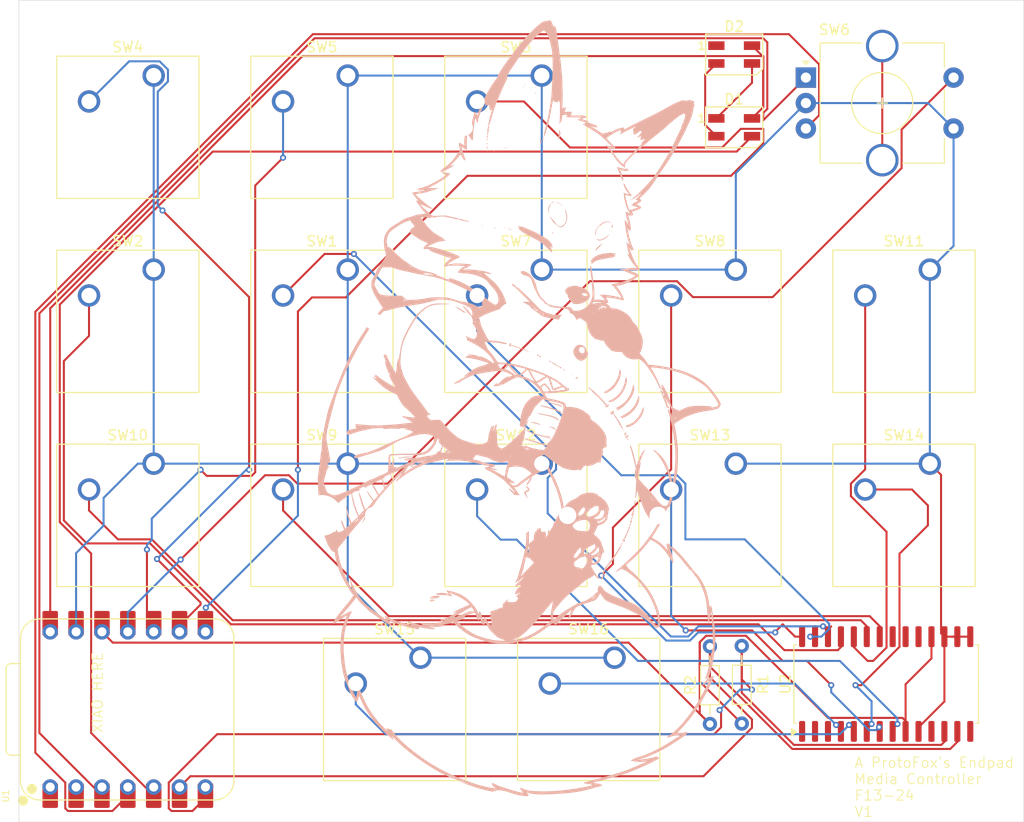
<source format=kicad_pcb>
(kicad_pcb (version 20240108) (generator "pcbnew") (generator_version "8.0")
  (layers (0 "F.Cu" signal) (31 "B.Cu" signal) (34 "B.Paste" user) (35 "F.Paste" user) (36 "B.SilkS" user "B.Silkscreen") (37 "F.SilkS" user "F.Silkscreen") (38 "B.Mask" user) (39 "F.Mask" user) (44 "Edge.Cuts" user))
  (net 0 "")
  (net 1 "Net-(D1-DIN)")
  (net 2 "Net-(D1-DOUT)")
  (net 3 "Net-(D1-VSS)")
  (net 4 "+5V")
  (net 6 "+3.3V")
  (net 7 "Net-(U1-GPIO0{slash}TX)")
  (net 8 "Net-(U1-GPIO7{slash}SCL)")
  (net 9 "Net-(U2-GPA5)")
  (net 10 "GND")
  (net 11 "Net-(U1-GPIO1{slash}RX)")
  (net 12 "Net-(U1-GPIO2{slash}SCK)")
  (net 13 "Net-(U1-GPIO4{slash}MISO)")
  (net 14 "ENC-B")
  (net 15 "ENC-A")
  (net 16 "Net-(U2-GPA6)")
  (net 17 "Net-(U2-GPA7)")
  (net 19 "Net-(U1-GPIO3{slash}MOSI)")
  (net 29 "unconnected-(SW6-PadMP)")
  (net 30 "Net-(U2-GPA4)")
  (net 31 "Net-(U2-GPA3)")
  (net 32 "Net-(U2-GPA1)")
  (net 33 "Net-(U2-GPB6)")
  (net 34 "Net-(U2-GPA2)")
  (net 35 "Net-(U2-GPB7)")
  (net 36 "Net-(U2-GPB5)")
  (net 37 "Net-(U2-GPB4)")
  (net 38 "Net-(U2-GPB3)")
  (footprint "3D Models:SW_Cherry_MX_1.00u_PCB_3D" (layer "F.Cu") (at 107.315 75.8825)
    (property "Reference" "SW5" (at -2.54 -2.794 0) (layer "F.SilkS"))
    (property "Value" "SW_Push")
    (pad "" np_thru_hole circle (at -7.62 5.08) (size 1.7 1.7) (drill 1.7) (layers "*.Cu" "*.Mask"))
    (pad "" np_thru_hole circle (at -2.54 5.08) (size 4 4) (drill 4) (layers "*.Cu" "*.Mask"))
    (pad "" np_thru_hole circle (at 2.54 5.08) (size 1.7 1.7) (drill 1.7) (layers "*.Cu" "*.Mask"))
    (pad "1" thru_hole circle (at 0 0) (size 2.2 2.2) (drill 1.5) (layers "*.Cu" "*.Mask") (net 10 "GND"))
    (pad "2" thru_hole circle (at -6.35 2.54) (size 2.2 2.2) (drill 1.5) (layers "*.Cu" "*.Mask") (net 13 "Net-(U1-GPIO4{slash}MISO)"))
  )
  (footprint "3D Models:SW_Cherry_MX_1.00u_PCB_3D" (layer "F.Cu") (at 126.365 94.9325)
    (property "Reference" "SW7" (at -2.54 -2.794 0) (layer "F.SilkS"))
    (property "Value" "SW_Push")
    (pad "" np_thru_hole circle (at -7.62 5.08) (size 1.7 1.7) (drill 1.7) (layers "*.Cu" "*.Mask"))
    (pad "" np_thru_hole circle (at -2.54 5.08) (size 4 4) (drill 4) (layers "*.Cu" "*.Mask"))
    (pad "" np_thru_hole circle (at 2.54 5.08) (size 1.7 1.7) (drill 1.7) (layers "*.Cu" "*.Mask"))
    (pad "1" thru_hole circle (at 0 0) (size 2.2 2.2) (drill 1.5) (layers "*.Cu" "*.Mask") (net 10 "GND"))
    (pad "2" thru_hole circle (at -6.35 2.54) (size 2.2 2.2) (drill 1.5) (layers "*.Cu" "*.Mask") (net 16 "Net-(U2-GPA6)"))
  )
  (footprint "3D Models:SW_Cherry_MX_1.00u_PCB_3D" (layer "F.Cu") (at 164.465 113.9825)
    (property "Reference" "SW14" (at -2.54 -2.794 0) (layer "F.SilkS"))
    (property "Value" "SW_Push")
    (pad "" np_thru_hole circle (at -7.62 5.08) (size 1.7 1.7) (drill 1.7) (layers "*.Cu" "*.Mask"))
    (pad "" np_thru_hole circle (at -2.54 5.08) (size 4 4) (drill 4) (layers "*.Cu" "*.Mask"))
    (pad "" np_thru_hole circle (at 2.54 5.08) (size 1.7 1.7) (drill 1.7) (layers "*.Cu" "*.Mask"))
    (pad "1" thru_hole circle (at 0 0) (size 2.2 2.2) (drill 1.5) (layers "*.Cu" "*.Mask") (net 10 "GND"))
    (pad "2" thru_hole circle (at -6.35 2.54) (size 2.2 2.2) (drill 1.5) (layers "*.Cu" "*.Mask") (net 36 "Net-(U2-GPB5)"))
  )
  (footprint "3D Models:SW_Cherry_MX_1.00u_PCB_3D" (layer "F.Cu") (at 107.315 94.9325)
    (property "Reference" "SW1" (at -2.54 -2.794 0) (layer "F.SilkS"))
    (property "Value" "SW_Push")
    (pad "" np_thru_hole circle (at -7.62 5.08) (size 1.7 1.7) (drill 1.7) (layers "*.Cu" "*.Mask"))
    (pad "" np_thru_hole circle (at -2.54 5.08) (size 4 4) (drill 4) (layers "*.Cu" "*.Mask"))
    (pad "" np_thru_hole circle (at 2.54 5.08) (size 1.7 1.7) (drill 1.7) (layers "*.Cu" "*.Mask"))
    (pad "1" thru_hole circle (at 0 0) (size 2.2 2.2) (drill 1.5) (layers "*.Cu" "*.Mask") (net 10 "GND"))
    (pad "2" thru_hole circle (at -6.35 2.54) (size 2.2 2.2) (drill 1.5) (layers "*.Cu" "*.Mask") (net 9 "Net-(U2-GPA5)"))
  )
  (footprint "3D Models:SW_Cherry_MX_1.00u_PCB_3D" (layer "F.Cu") (at 126.365 113.9825)
    (property "Reference" "SW12" (at -2.54 -2.794 0) (layer "F.SilkS"))
    (property "Value" "SW_Push")
    (pad "" np_thru_hole circle (at -7.62 5.08) (size 1.7 1.7) (drill 1.7) (layers "*.Cu" "*.Mask"))
    (pad "" np_thru_hole circle (at -2.54 5.08) (size 4 4) (drill 4) (layers "*.Cu" "*.Mask"))
    (pad "" np_thru_hole circle (at 2.54 5.08) (size 1.7 1.7) (drill 1.7) (layers "*.Cu" "*.Mask"))
    (pad "1" thru_hole circle (at 0 0) (size 2.2 2.2) (drill 1.5) (layers "*.Cu" "*.Mask") (net 10 "GND"))
    (pad "2" thru_hole circle (at -6.35 2.54) (size 2.2 2.2) (drill 1.5) (layers "*.Cu" "*.Mask") (net 35 "Net-(U2-GPB7)"))
  )
  (footprint "3D Models:SW_Cherry_MX_1.00u_PCB_3D" (layer "F.Cu") (at 133.50875 133.0325)
    (property "Reference" "SW16" (at -2.54 -2.794 0) (layer "F.SilkS"))
    (property "Value" "SW_Push")
    (pad "" np_thru_hole circle (at -7.62 5.08) (size 1.7 1.7) (drill 1.7) (layers "*.Cu" "*.Mask"))
    (pad "" np_thru_hole circle (at -2.54 5.08) (size 4 4) (drill 4) (layers "*.Cu" "*.Mask"))
    (pad "" np_thru_hole circle (at 2.54 5.08) (size 1.7 1.7) (drill 1.7) (layers "*.Cu" "*.Mask"))
    (pad "1" thru_hole circle (at 0 0) (size 2.2 2.2) (drill 1.5) (layers "*.Cu" "*.Mask") (net 10 "GND"))
    (pad "2" thru_hole circle (at -6.35 2.54) (size 2.2 2.2) (drill 1.5) (layers "*.Cu" "*.Mask") (net 38 "Net-(U2-GPB3)"))
  )
  (footprint "3D Models:SW_Cherry_MX_1.00u_PCB_3D" (layer "F.Cu") (at 114.45875 133.0325)
    (property "Reference" "SW15" (at -2.54 -2.794 0) (layer "F.SilkS"))
    (property "Value" "SW_Push")
    (pad "" np_thru_hole circle (at -7.62 5.08) (size 1.7 1.7) (drill 1.7) (layers "*.Cu" "*.Mask"))
    (pad "" np_thru_hole circle (at -2.54 5.08) (size 4 4) (drill 4) (layers "*.Cu" "*.Mask"))
    (pad "" np_thru_hole circle (at 2.54 5.08) (size 1.7 1.7) (drill 1.7) (layers "*.Cu" "*.Mask"))
    (pad "1" thru_hole circle (at 0 0) (size 2.2 2.2) (drill 1.5) (layers "*.Cu" "*.Mask") (net 10 "GND"))
    (pad "2" thru_hole circle (at -6.35 2.54) (size 2.2 2.2) (drill 1.5) (layers "*.Cu" "*.Mask") (net 37 "Net-(U2-GPB4)"))
  )
  (footprint "3D Models:SW_Cherry_MX_1.00u_PCB_3D" (layer "F.Cu") (at 88.265 113.9825)
    (property "Reference" "SW10" (at -2.54 -2.794 0) (layer "F.SilkS"))
    (property "Value" "SW_Push")
    (pad "" np_thru_hole circle (at -7.62 5.08) (size 1.7 1.7) (drill 1.7) (layers "*.Cu" "*.Mask"))
    (pad "" np_thru_hole circle (at -2.54 5.08) (size 4 4) (drill 4) (layers "*.Cu" "*.Mask"))
    (pad "" np_thru_hole circle (at 2.54 5.08) (size 1.7 1.7) (drill 1.7) (layers "*.Cu" "*.Mask"))
    (pad "1" thru_hole circle (at 0 0) (size 2.2 2.2) (drill 1.5) (layers "*.Cu" "*.Mask") (net 10 "GND"))
    (pad "2" thru_hole circle (at -6.35 2.54) (size 2.2 2.2) (drill 1.5) (layers "*.Cu" "*.Mask") (net 34 "Net-(U2-GPA2)"))
  )
  (footprint "3D Models:SW_Cherry_MX_1.00u_PCB_3D" (layer "F.Cu") (at 164.465 94.9325)
    (property "Reference" "SW11" (at -2.54 -2.794 0) (layer "F.SilkS"))
    (property "Value" "SW_Push")
    (pad "" np_thru_hole circle (at -7.62 5.08) (size 1.7 1.7) (drill 1.7) (layers "*.Cu" "*.Mask"))
    (pad "" np_thru_hole circle (at -2.54 5.08) (size 4 4) (drill 4) (layers "*.Cu" "*.Mask"))
    (pad "" np_thru_hole circle (at 2.54 5.08) (size 1.7 1.7) (drill 1.7) (layers "*.Cu" "*.Mask"))
    (pad "1" thru_hole circle (at 0 0) (size 2.2 2.2) (drill 1.5) (layers "*.Cu" "*.Mask") (net 10 "GND"))
    (pad "2" thru_hole circle (at -6.35 2.54) (size 2.2 2.2) (drill 1.5) (layers "*.Cu" "*.Mask") (net 31 "Net-(U2-GPA3)"))
  )
  (footprint "3D Models:LED_SK6812MINI_PLCC4_3.5x3.5mm_P1.75mm_3D" (layer "F.Cu") (at 145.25625 80.9625)
    (property "Reference" "D1" (at 0 -2.75 0) (layer "F.SilkS"))
    (property "Value" "SK6812MINI")
    (fp_text user "1" (at -3.2 -0.875 0) (layer "F.SilkS") (effects (font (size 0.8 0.8))))
    (pad "1" smd rect (at -1.75 -0.875) (size 1.6 0.85) (layers "F.Cu" "F.Paste" "F.Mask") (net 2 "Net-(D1-DOUT)"))
    (pad "2" smd rect (at -1.75 0.875) (size 1.6 0.85) (layers "F.Cu" "F.Paste" "F.Mask") (net 3 "Net-(D1-VSS)"))
    (pad "3" smd rect (at 1.75 0.875) (size 1.6 0.85) (layers "F.Cu" "F.Paste" "F.Mask") (net 1 "Net-(D1-DIN)"))
    (pad "4" smd rect (at 1.75 -0.875) (size 1.6 0.85) (layers "F.Cu" "F.Paste" "F.Mask") (net 4 "+5V"))
  )
  (footprint "3D Models:SW_Cherry_MX_1.00u_PCB_3D" (layer "F.Cu") (at 88.265 94.9325)
    (property "Reference" "SW2" (at -2.54 -2.794 0) (layer "F.SilkS"))
    (property "Value" "SW_Push")
    (pad "" np_thru_hole circle (at -7.62 5.08) (size 1.7 1.7) (drill 1.7) (layers "*.Cu" "*.Mask"))
    (pad "" np_thru_hole circle (at -2.54 5.08) (size 4 4) (drill 4) (layers "*.Cu" "*.Mask"))
    (pad "" np_thru_hole circle (at 2.54 5.08) (size 1.7 1.7) (drill 1.7) (layers "*.Cu" "*.Mask"))
    (pad "1" thru_hole circle (at 0 0) (size 2.2 2.2) (drill 1.5) (layers "*.Cu" "*.Mask") (net 10 "GND"))
    (pad "2" thru_hole circle (at -6.35 2.54) (size 2.2 2.2) (drill 1.5) (layers "*.Cu" "*.Mask") (net 30 "Net-(U2-GPA4)"))
  )
  (footprint "Resistor_THT:R_Axial_DIN0204_L3.6mm_D1.6mm_P7.62mm_Horizontal" (layer "F.Cu") (at 146 139.5 90)
    (property "Reference" "R1" (at 3.864 2.082 90) (layer "F.SilkS"))
    (property "Value" "R")
    (pad "1" thru_hole circle (at 0 0 90) (size 1.4 1.4) (drill 0.7) (layers "*.Cu" "*.Mask") (net 6 "+3.3V"))
    (pad "2" thru_hole oval (at 7.62 0 90) (size 1.4 1.4) (drill 0.7) (layers "*.Cu" "*.Mask") (net 7 "Net-(U1-GPIO0{slash}TX)"))
  )
  (footprint "Resistor_THT:R_Axial_DIN0204_L3.6mm_D1.6mm_P7.62mm_Horizontal" (layer "F.Cu") (at 142.875 139.54125 90)
    (property "Reference" "R2" (at 3.81 -1.92 90) (layer "F.SilkS"))
    (property "Value" "R")
    (pad "1" thru_hole circle (at 0 0 90) (size 1.4 1.4) (drill 0.7) (layers "*.Cu" "*.Mask") (net 6 "+3.3V"))
    (pad "2" thru_hole oval (at 7.62 0 90) (size 1.4 1.4) (drill 0.7) (layers "*.Cu" "*.Mask") (net 8 "Net-(U1-GPIO7{slash}SCL)"))
  )
  (footprint "3D Models:LED_SK6812MINI_PLCC4_3.5x3.5mm_P1.75mm_3D" (layer "F.Cu") (at 145.25625 73.81875)
    (property "Reference" "D2" (at 0 -2.75 0) (layer "F.SilkS"))
    (property "Value" "SK6812MINI")
    (fp_text user "1" (at -3.2 -0.875 0) (layer "F.SilkS") (effects (font (size 0.8 0.8))))
    (pad "1" smd rect (at -1.75 -0.875) (size 1.6 0.85) (layers "F.Cu" "F.Paste" "F.Mask"))
    (pad "2" smd rect (at -1.75 0.875) (size 1.6 0.85) (layers "F.Cu" "F.Paste" "F.Mask") (net 3 "Net-(D1-VSS)"))
    (pad "3" smd rect (at 1.75 0.875) (size 1.6 0.85) (layers "F.Cu" "F.Paste" "F.Mask") (net 2 "Net-(D1-DOUT)"))
    (pad "4" smd rect (at 1.75 -0.875) (size 1.6 0.85) (layers "F.Cu" "F.Paste" "F.Mask") (net 4 "+5V"))
  )
  (footprint "3D Models:SW_Cherry_MX_1.00u_PCB_3D" (layer "F.Cu") (at 145.415 113.9825)
    (property "Reference" "SW13" (at -2.54 -2.794 0) (layer "F.SilkS"))
    (property "Value" "SW_Push")
    (pad "" np_thru_hole circle (at -7.62 5.08) (size 1.7 1.7) (drill 1.7) (layers "*.Cu" "*.Mask"))
    (pad "" np_thru_hole circle (at -2.54 5.08) (size 4 4) (drill 4) (layers "*.Cu" "*.Mask"))
    (pad "" np_thru_hole circle (at 2.54 5.08) (size 1.7 1.7) (drill 1.7) (layers "*.Cu" "*.Mask"))
    (pad "1" thru_hole circle (at 0 0) (size 2.2 2.2) (drill 1.5) (layers "*.Cu" "*.Mask") (net 10 "GND"))
    (pad "2" thru_hole circle (at -6.35 2.54) (size 2.2 2.2) (drill 1.5) (layers "*.Cu" "*.Mask") (net 33 "Net-(U2-GPB6)"))
  )
  (footprint "3D Models:SW_Cherry_MX_1.00u_PCB_3D" (layer "F.Cu") (at 107.315 113.9825)
    (property "Reference" "SW9" (at -2.54 -2.794 0) (layer "F.SilkS"))
    (property "Value" "SW_Push")
    (pad "" np_thru_hole circle (at -7.62 5.08) (size 1.7 1.7) (drill 1.7) (layers "*.Cu" "*.Mask"))
    (pad "" np_thru_hole circle (at -2.54 5.08) (size 4 4) (drill 4) (layers "*.Cu" "*.Mask"))
    (pad "" np_thru_hole circle (at 2.54 5.08) (size 1.7 1.7) (drill 1.7) (layers "*.Cu" "*.Mask"))
    (pad "1" thru_hole circle (at 0 0) (size 2.2 2.2) (drill 1.5) (layers "*.Cu" "*.Mask") (net 10 "GND"))
    (pad "2" thru_hole circle (at -6.35 2.54) (size 2.2 2.2) (drill 1.5) (layers "*.Cu" "*.Mask") (net 32 "Net-(U2-GPA1)"))
  )
  (footprint "3D Models:SW_Cherry_MX_1.00u_PCB_3D" (layer "F.Cu") (at 145.415 94.9325)
    (property "Reference" "SW8" (at -2.54 -2.794 0) (layer "F.SilkS"))
    (property "Value" "SW_Push")
    (pad "" np_thru_hole circle (at -7.62 5.08) (size 1.7 1.7) (drill 1.7) (layers "*.Cu" "*.Mask"))
    (pad "" np_thru_hole circle (at -2.54 5.08) (size 4 4) (drill 4) (layers "*.Cu" "*.Mask"))
    (pad "" np_thru_hole circle (at 2.54 5.08) (size 1.7 1.7) (drill 1.7) (layers "*.Cu" "*.Mask"))
    (pad "1" thru_hole circle (at 0 0) (size 2.2 2.2) (drill 1.5) (layers "*.Cu" "*.Mask") (net 10 "GND"))
    (pad "2" thru_hole circle (at -6.35 2.54) (size 2.2 2.2) (drill 1.5) (layers "*.Cu" "*.Mask") (net 17 "Net-(U2-GPA7)"))
  )
  (footprint "3D Models:SW_Cherry_MX_1.00u_PCB_3D" (layer "F.Cu") (at 126.365 75.8825)
    (property "Reference" "SW3" (at -2.54 -2.794 0) (layer "F.SilkS"))
    (property "Value" "SW_Push")
    (pad "" np_thru_hole circle (at -7.62 5.08) (size 1.7 1.7) (drill 1.7) (layers "*.Cu" "*.Mask"))
    (pad "" np_thru_hole circle (at -2.54 5.08) (size 4 4) (drill 4) (layers "*.Cu" "*.Mask"))
    (pad "" np_thru_hole circle (at 2.54 5.08) (size 1.7 1.7) (drill 1.7) (layers "*.Cu" "*.Mask"))
    (pad "1" thru_hole circle (at 0 0) (size 2.2 2.2) (drill 1.5) (layers "*.Cu" "*.Mask") (net 10 "GND"))
    (pad "2" thru_hole circle (at -6.35 2.54) (size 2.2 2.2) (drill 1.5) (layers "*.Cu" "*.Mask") (net 11 "Net-(U1-GPIO1{slash}RX)"))
  )
  (footprint "3D Models:SW_Cherry_MX_1.00u_PCB_3D" (layer "F.Cu") (at 88.265 75.8825)
    (property "Reference" "SW4" (at -2.54 -2.794 0) (layer "F.SilkS"))
    (property "Value" "SW_Push")
    (pad "" np_thru_hole circle (at -7.62 5.08) (size 1.7 1.7) (drill 1.7) (layers "*.Cu" "*.Mask"))
    (pad "" np_thru_hole circle (at -2.54 5.08) (size 4 4) (drill 4) (layers "*.Cu" "*.Mask"))
    (pad "" np_thru_hole circle (at 2.54 5.08) (size 1.7 1.7) (drill 1.7) (layers "*.Cu" "*.Mask"))
    (pad "1" thru_hole circle (at 0 0) (size 2.2 2.2) (drill 1.5) (layers "*.Cu" "*.Mask") (net 10 "GND"))
    (pad "2" thru_hole circle (at -6.35 2.54) (size 2.2 2.2) (drill 1.5) (layers "*.Cu" "*.Mask") (net 12 "Net-(U1-GPIO2{slash}SCK)"))
  )
  (footprint "Package_SO:SOIC-28W_7.5x17.9mm_P1.27mm" (layer "F.Cu") (at 160.17875 135.61875 90)
    (property "Reference" "U2" (at 0 -9.9 90) (layer "F.SilkS"))
    (property "Value" "MCP23017_SO")
    (pad "1" smd roundrect (at -4.65 -8.255 90) (size 2.05 0.6) (layers "F.Cu" "F.Paste" "F.Mask"))
    (pad "2" smd roundrect (at -4.65 -6.985 90) (size 2.05 0.6) (layers "F.Cu" "F.Paste" "F.Mask"))
    (pad "3" smd roundrect (at -4.65 -5.715 90) (size 2.05 0.6) (layers "F.Cu" "F.Paste" "F.Mask"))
    (pad "4" smd roundrect (at -4.65 -4.445 90) (size 2.05 0.6) (layers "F.Cu" "F.Paste" "F.Mask") (net 38 "Net-(U2-GPB3)"))
    (pad "5" smd roundrect (at -4.65 -3.175 90) (size 2.05 0.6) (layers "F.Cu" "F.Paste" "F.Mask") (net 37 "Net-(U2-GPB4)"))
    (pad "6" smd roundrect (at -4.65 -1.905 90) (size 2.05 0.6) (layers "F.Cu" "F.Paste" "F.Mask") (net 36 "Net-(U2-GPB5)"))
    (pad "7" smd roundrect (at -4.65 -0.635 90) (size 2.05 0.6) (layers "F.Cu" "F.Paste" "F.Mask") (net 33 "Net-(U2-GPB6)"))
    (pad "8" smd roundrect (at -4.65 0.635 90) (size 2.05 0.6) (layers "F.Cu" "F.Paste" "F.Mask") (net 35 "Net-(U2-GPB7)"))
    (pad "9" smd roundrect (at -4.65 1.905 90) (size 2.05 0.6) (layers "F.Cu" "F.Paste" "F.Mask") (net 6 "+3.3V"))
    (pad "10" smd roundrect (at -4.65 3.175 90) (size 2.05 0.6) (layers "F.Cu" "F.Paste" "F.Mask") (net 10 "GND"))
    (pad "11" smd roundrect (at -4.65 4.445 90) (size 2.05 0.6) (layers "F.Cu" "F.Paste" "F.Mask"))
    (pad "12" smd roundrect (at -4.65 5.715 90) (size 2.05 0.6) (layers "F.Cu" "F.Paste" "F.Mask") (net 7 "Net-(U1-GPIO0{slash}TX)"))
    (pad "13" smd roundrect (at -4.65 6.985 90) (size 2.05 0.6) (layers "F.Cu" "F.Paste" "F.Mask") (net 8 "Net-(U1-GPIO7{slash}SCL)"))
    (pad "14" smd roundrect (at -4.65 8.255 90) (size 2.05 0.6) (layers "F.Cu" "F.Paste" "F.Mask"))
    (pad "15" smd roundrect (at 4.65 8.255 90) (size 2.05 0.6) (layers "F.Cu" "F.Paste" "F.Mask") (net 10 "GND"))
    (pad "16" smd roundrect (at 4.65 6.985 90) (size 2.05 0.6) (layers "F.Cu" "F.Paste" "F.Mask") (net 10 "GND"))
    (pad "17" smd roundrect (at 4.65 5.715 90) (size 2.05 0.6) (layers "F.Cu" "F.Paste" "F.Mask") (net 10 "GND"))
    (pad "18" smd roundrect (at 4.65 4.445 90) (size 2.05 0.6) (layers "F.Cu" "F.Paste" "F.Mask") (net 6 "+3.3V"))
    (pad "19" smd roundrect (at 4.65 3.175 90) (size 2.05 0.6) (layers "F.Cu" "F.Paste" "F.Mask"))
    (pad "20" smd roundrect (at 4.65 1.905 90) (size 2.05 0.6) (layers "F.Cu" "F.Paste" "F.Mask"))
    (pad "21" smd roundrect (at 4.65 0.635 90) (size 2.05 0.6) (layers "F.Cu" "F.Paste" "F.Mask"))
    (pad "22" smd roundrect (at 4.65 -0.635 90) (size 2.05 0.6) (layers "F.Cu" "F.Paste" "F.Mask") (net 32 "Net-(U2-GPA1)"))
    (pad "23" smd roundrect (at 4.65 -1.905 90) (size 2.05 0.6) (layers "F.Cu" "F.Paste" "F.Mask") (net 34 "Net-(U2-GPA2)"))
    (pad "24" smd roundrect (at 4.65 -3.175 90) (size 2.05 0.6) (layers "F.Cu" "F.Paste" "F.Mask") (net 31 "Net-(U2-GPA3)"))
    (pad "25" smd roundrect (at 4.65 -4.445 90) (size 2.05 0.6) (layers "F.Cu" "F.Paste" "F.Mask") (net 30 "Net-(U2-GPA4)"))
    (pad "26" smd roundrect (at 4.65 -5.715 90) (size 2.05 0.6) (layers "F.Cu" "F.Paste" "F.Mask") (net 9 "Net-(U2-GPA5)"))
    (pad "27" smd roundrect (at 4.65 -6.985 90) (size 2.05 0.6) (layers "F.Cu" "F.Paste" "F.Mask") (net 16 "Net-(U2-GPA6)"))
    (pad "28" smd roundrect (at 4.65 -8.255 90) (size 2.05 0.6) (layers "F.Cu" "F.Paste" "F.Mask") (net 17 "Net-(U2-GPA7)"))
  )
  (footprint "3D Models:XIAO-RP2040-DIP-3D" (layer "F.Cu") (at 85.725 138.1125 90)
    (property "Reference" "U1" (at -8.5 -12 90) (layer "F.SilkS") (effects (font (size 0.635 0.635) (thickness 0.1016))))
    (property "Value" "XIAO-RP2040-DIP")
    (pad "1" smd roundrect (at -8.455 -7.62 270) (size 2.432 1.524) (layers "F.Cu" "F.Mask") (roundrect_rratio 0.1))
    (pad "1" thru_hole circle (at -7.62 -7.62 270) (size 1.524 1.524) (drill 0.889) (layers "*.Cu" "*.Mask"))
    (pad "2" smd roundrect (at -8.455 -5.08 270) (size 2.432 1.524) (layers "F.Cu" "F.Mask") (roundrect_rratio 0.1))
    (pad "2" thru_hole circle (at -7.62 -5.08 270) (size 1.524 1.524) (drill 0.889) (layers "*.Cu" "*.Mask"))
    (pad "3" smd roundrect (at -8.455 -2.54 270) (size 2.432 1.524) (layers "F.Cu" "F.Mask") (roundrect_rratio 0.1) (net 15 "ENC-A"))
    (pad "3" thru_hole circle (at -7.62 -2.54 270) (size 1.524 1.524) (drill 0.889) (layers "*.Cu" "*.Mask") (net 15 "ENC-A"))
    (pad "4" smd roundrect (at -8.455 0 270) (size 2.432 1.524) (layers "F.Cu" "F.Mask") (roundrect_rratio 0.1) (net 14 "ENC-B"))
    (pad "4" thru_hole circle (at -7.62 0 270) (size 1.524 1.524) (drill 0.889) (layers "*.Cu" "*.Mask") (net 14 "ENC-B"))
    (pad "5" smd roundrect (at -8.455 2.54 270) (size 2.432 1.524) (layers "F.Cu" "F.Mask") (roundrect_rratio 0.1) (net 1 "Net-(D1-DIN)"))
    (pad "5" thru_hole circle (at -7.62 2.54 270) (size 1.524 1.524) (drill 0.889) (layers "*.Cu" "*.Mask") (net 1 "Net-(D1-DIN)"))
    (pad "6" smd roundrect (at -8.455 5.08 270) (size 2.432 1.524) (layers "F.Cu" "F.Mask") (roundrect_rratio 0.1) (net 8 "Net-(U1-GPIO7{slash}SCL)"))
    (pad "6" thru_hole circle (at -7.62 5.08 270) (size 1.524 1.524) (drill 0.889) (layers "*.Cu" "*.Mask") (net 8 "Net-(U1-GPIO7{slash}SCL)"))
    (pad "7" smd roundrect (at -8.455 7.62 270) (size 2.432 1.524) (layers "F.Cu" "F.Mask") (roundrect_rratio 0.1) (net 7 "Net-(U1-GPIO0{slash}TX)"))
    (pad "7" thru_hole circle (at -7.62 7.62 270) (size 1.524 1.524) (drill 0.889) (layers "*.Cu" "*.Mask") (net 7 "Net-(U1-GPIO0{slash}TX)"))
    (pad "8" thru_hole circle (at 7.62 7.62 90) (size 1.524 1.524) (drill 0.889) (layers "*.Cu" "*.Mask") (net 11 "Net-(U1-GPIO1{slash}RX)"))
    (pad "8" smd roundrect (at 8.455 7.62 90) (size 2.432 1.524) (layers "F.Cu" "F.Mask") (roundrect_rratio 0.1) (net 11 "Net-(U1-GPIO1{slash}RX)"))
    (pad "9" thru_hole circle (at 7.62 5.08 90) (size 1.524 1.524) (drill 0.889) (layers "*.Cu" "*.Mask") (net 12 "Net-(U1-GPIO2{slash}SCK)"))
    (pad "9" smd roundrect (at 8.455 5.08 90) (size 2.432 1.524) (layers "F.Cu" "F.Mask") (roundrect_rratio 0.1) (net 12 "Net-(U1-GPIO2{slash}SCK)"))
    (pad "10" thru_hole circle (at 7.62 2.54 90) (size 1.524 1.524) (drill 0.889) (layers "*.Cu" "*.Mask") (net 13 "Net-(U1-GPIO4{slash}MISO)"))
    (pad "10" smd roundrect (at 8.455 2.54 90) (size 2.432 1.524) (layers "F.Cu" "F.Mask") (roundrect_rratio 0.1) (net 13 "Net-(U1-GPIO4{slash}MISO)"))
    (pad "11" thru_hole circle (at 7.62 0 90) (size 1.524 1.524) (drill 0.889) (layers "*.Cu" "*.Mask") (net 19 "Net-(U1-GPIO3{slash}MOSI)"))
    (pad "11" smd roundrect (at 8.455 0 90) (size 2.432 1.524) (layers "F.Cu" "F.Mask") (roundrect_rratio 0.1) (net 19 "Net-(U1-GPIO3{slash}MOSI)"))
    (pad "12" thru_hole circle (at 7.62 -2.54 90) (size 1.524 1.524) (drill 0.889) (layers "*.Cu" "*.Mask") (net 6 "+3.3V"))
    (pad "12" smd roundrect (at 8.455 -2.54 90) (size 2.432 1.524) (layers "F.Cu" "F.Mask") (roundrect_rratio 0.1) (net 6 "+3.3V"))
    (pad "13" thru_hole circle (at 7.62 -5.08 90) (size 1.524 1.524) (drill 0.889) (layers "*.Cu" "*.Mask") (net 10 "GND"))
    (pad "13" smd roundrect (at 8.455 -5.08 90) (size 2.432 1.524) (layers "F.Cu" "F.Mask") (roundrect_rratio 0.1) (net 10 "GND"))
    (pad "14" thru_hole circle (at 7.62 -7.62 90) (size 1.524 1.524) (drill 0.889) (layers "*.Cu" "*.Mask") (net 4 "+5V"))
    (pad "14" smd roundrect (at 8.455 -7.62 90) (size 2.432 1.524) (layers "F.Cu" "F.Mask") (roundrect_rratio 0.1) (net 4 "+5V"))
  )
  (footprint "3D Models:RotaryEncoder_Alps_EC11E-Switch_Vertical_H20mm_CircularMountingHoles_3D" (layer "F.Cu") (at 152.29375 76.08125)
    (property "Reference" "SW6" (at 2.8 -4.7 0) (layer "F.SilkS"))
    (property "Value" "RotaryEncoder_Switch")
    (pad "A" thru_hole rect (at 0 0) (size 2 2) (drill 1) (layers "*.Cu" "*.Mask") (net 15 "ENC-A"))
    (pad "B" thru_hole circle (at 0 5) (size 2 2) (drill 1) (layers "*.Cu" "*.Mask") (net 14 "ENC-B"))
    (pad "C" thru_hole circle (at 0 2.5) (size 2 2) (drill 1) (layers "*.Cu" "*.Mask") (net 10 "GND"))
    (pad "MP" thru_hole circle (at 7.5 -3.1) (size 3.2 3.2) (drill 2.6) (layers "*.Cu" "*.Mask") (net 29 "unconnected-(SW6-PadMP)"))
    (pad "MP" thru_hole circle (at 7.5 8.1) (size 3.2 3.2) (drill 2.6) (layers "*.Cu" "*.Mask") (net 29 "unconnected-(SW6-PadMP)"))
    (pad "S1" thru_hole circle (at 14.5 5) (size 2 2) (drill 1) (layers "*.Cu" "*.Mask") (net 10 "GND"))
    (pad "S2" thru_hole circle (at 14.5 0) (size 2 2) (drill 1) (layers "*.Cu" "*.Mask") (net 19 "Net-(U1-GPIO3{slash}MOSI)"))
  )
  (footprint "LOGO" (layer "B.Cu") (at 123.8 108.8 180)
    (property "Reference" "G***" (hide yes))
    (property "Value" "LOGO" (hide yes))
  )
  (gr_rect (start 75.0316 68.4875) (end 173.69015 149.1615) (stroke (width 0.05)) (fill none) (layer "Edge.Cuts"))
  (gr_text "XIAO HERE" (at 83.34375 140.49375 90) (layer "F.SilkS") (effects (font (size 1 1) (thickness 0.1)) (justify left bottom)))
  (gr_text "A ProtoFox's Endpad\nMedia Controller\nF13-24\nV1" (at 157 148.75 0) (layer "F.SilkS") (effects (font (size 1 1) (thickness 0.1)) (justify left bottom)))
  (segment (start 88.265 146.5675) (end 82.123 140.4255) (width 0.2) (layer "F.Cu") (net 1))
  (segment (start 145.5 83.34375) (end 147.00625 81.8375) (width 0.2) (layer "F.Cu") (net 1))
  (segment (start 82.123 140.4255) (end 82.123 122.803242) (width 0.2) (layer "F.Cu") (net 1))
  (segment (start 82.123 122.803242) (end 79.045 119.725242) (width 0.2) (layer "F.Cu") (net 1))
  (segment (start 94.063851 83.34375) (end 145.5 83.34375) (width 0.2) (layer "F.Cu") (net 1))
  (segment (start 79.045 119.725242) (end 79.045 98.362601) (width 0.2) (layer "F.Cu") (net 1))
  (segment (start 79.045 98.362601) (end 94.063851 83.34375) (width 0.2) (layer "F.Cu") (net 1))
  (segment (start 147.00625 76.5875) (end 143.50625 80.0875) (width 0.2) (layer "F.Cu") (net 2))
  (segment (start 147.00625 74.69375) (end 147.00625 76.5875) (width 0.2) (layer "F.Cu") (net 2))
  (segment (start 143.50625 74.69375) (end 142.40625 75.79375) (width 0.2) (layer "F.Cu") (net 3))
  (segment (start 142.40625 75.79375) (end 142.40625 80.7375) (width 0.2) (layer "F.Cu") (net 3))
  (segment (start 142.40625 80.7375) (end 143.50625 81.8375) (width 0.2) (layer "F.Cu") (net 3))
  (segment (start 148.10625 78.9875) (end 148.10625 74.04375) (width 0.2) (layer "F.Cu") (net 4))
  (segment (start 148.10625 78.9875) (end 148.10625 73.96875) (width 0.2) (layer "F.Cu") (net 4))
  (segment (start 102.873165 73.96875) (end 78.105 98.736915) (width 0.2) (layer "F.Cu") (net 4))
  (segment (start 147.00625 80.0875) (end 148.10625 78.9875) (width 0.2) (layer "F.Cu") (net 4))
  (segment (start 148.10625 73.96875) (end 102.873165 73.96875) (width 0.2) (layer "F.Cu") (net 4))
  (segment (start 148.10625 74.04375) (end 147.00625 72.94375) (width 0.2) (layer "F.Cu") (net 4))
  (segment (start 78.105 98.736915) (end 78.105 130.4925) (width 0.2) (layer "F.Cu") (net 4))
  (segment (start 84.247 131.5545) (end 83.185 130.4925) (width 0.2) (layer "F.Cu") (net 6))
  (segment (start 154.477964 138.94375) (end 161.783749 138.94375) (width 0.2) (layer "F.Cu") (net 6))
  (segment (start 164.62375 130.96875) (end 164.62375 133.104302) (width 0.2) (layer "F.Cu") (net 6))
  (segment (start 146 139.5) (end 141.875 135.375) (width 0.2) (layer "F.Cu") (net 6))
  (segment (start 161.783749 138.94375) (end 162.08375 139.243751) (width 0.2) (layer "F.Cu") (net 6))
  (segment (start 162.08375 139.243751) (end 162.08375 140.26875) (width 0.2) (layer "F.Cu") (net 6))
  (segment (start 141.875 135.375) (end 141.875 131.507036) (width 0.2) (layer "F.Cu") (net 6))
  (segment (start 141.875 138.54125) (end 142.875 139.54125) (width 0.2) (layer "F.Cu") (net 6))
  (segment (start 134.88825 131.5545) (end 84.247 131.5545) (width 0.2) (layer "F.Cu") (net 6))
  (segment (start 141.875 131.507036) (end 141.875 138.54125) (width 0.2) (layer "F.Cu") (net 6))
  (segment (start 141.875 131.507036) (end 142.502036 130.88) (width 0.2) (layer "F.Cu") (net 6))
  (segment (start 142.502036 130.88) (end 146.414214 130.88) (width 0.2) (layer "F.Cu") (net 6))
  (segment (start 164.62375 133.104302) (end 162.08375 135.644302) (width 0.2) (layer "F.Cu") (net 6))
  (segment (start 162.08375 135.644302) (end 162.08375 140.26875) (width 0.2) (layer "F.Cu") (net 6))
  (segment (start 146.414214 130.88) (end 154.477964 138.94375) (width 0.2) (layer "F.Cu") (net 6))
  (segment (start 142.875 139.54125) (end 134.88825 131.5545) (width 0.2) (layer "F.Cu") (net 6))
  (segment (start 151.11875 141.59375) (end 165.5875 141.59375) (width 0.2) (layer "F.Cu") (net 7))
  (segment (start 165.5875 141.59375) (end 165.89375 141.2875) (width 0.2) (layer "F.Cu") (net 7))
  (segment (start 146 136.475) (end 151.11875 141.59375) (width 0.2) (layer "F.Cu") (net 7))
  (segment (start 146 131.88) (end 146 136.475) (width 0.2) (layer "F.Cu") (net 7))
  (segment (start 93.345 145.7325) (end 93.345 146.81013) (width 0.2) (layer "F.Cu") (net 7))
  (segment (start 143.967157 138.315687) (end 143.825735 138.174265) (width 0.2) (layer "F.Cu") (net 7))
  (segment (start 143.289214 140.54125) (end 143.967157 139.863307) (width 0.2) (layer "F.Cu") (net 7))
  (segment (start 90.003786 148.0835) (end 89.743 147.822714) (width 0.2) (layer "F.Cu") (net 7))
  (segment (start 143.967157 139.863307) (end 143.967157 138.315687) (width 0.2) (layer "F.Cu") (net 7))
  (segment (start 146 135.1725) (end 146 131.88) (width 0.2) (layer "F.Cu") (net 7))
  (segment (start 165.89375 141.2875) (end 165.89375 140.26875) (width 0.2) (layer "F.Cu") (net 7))
  (segment (start 147 136.1725) (end 146 135.1725) (width 0.2) (layer "F.Cu") (net 7))
  (segment (start 94.494355 140.54125) (end 143.289214 140.54125) (width 0.2) (layer "F.Cu") (net 7))
  (segment (start 89.743 145.292605) (end 94.494355 140.54125) (width 0.2) (layer "F.Cu") (net 7))
  (segment (start 92.07163 148.0835) (end 90.003786 148.0835) (width 0.2) (layer "F.Cu") (net 7))
  (segment (start 89.743 147.822714) (end 89.743 145.292605) (width 0.2) (layer "F.Cu") (net 7))
  (segment (start 93.345 146.81013) (end 92.07163 148.0835) (width 0.2) (layer "F.Cu") (net 7))
  (via (at 147 136.1725) (size 0.6) (drill 0.3) (layers "F.Cu" "B.Cu") (net 7))
  (via (at 143.825735 138.174265) (size 0.6) (drill 0.3) (layers "F.Cu" "B.Cu") (net 7))
  (segment (start 145.8275 136.1725) (end 147 136.1725) (width 0.2) (layer "B.Cu") (net 7))
  (segment (start 143.825735 138.174265) (end 145.8275 136.1725) (width 0.2) (layer "B.Cu") (net 7))
  (segment (start 167.16375 140.26875) (end 167.16375 141.293749) (width 0.2) (layer "F.Cu") (net 8))
  (segment (start 91.867 144.6705) (end 90.805 145.7325) (width 0.2) (layer "F.Cu") (net 8))
  (segment (start 142.243714 144.6705) (end 91.867 144.6705) (width 0.2) (layer "F.Cu") (net 8))
  (segment (start 142.875 131.92125) (end 142.875 134.960786) (width 0.2) (layer "F.Cu") (net 8))
  (segment (start 147 139.914214) (end 142.243714 144.6705) (width 0.2) (layer "F.Cu") (net 8))
  (segment (start 142.875 133.915686) (end 142.875 131.92125) (width 0.2) (layer "F.Cu") (net 8))
  (segment (start 142.875 134.960786) (end 147 139.085786) (width 0.2) (layer "F.Cu") (net 8))
  (segment (start 166.463749 141.99375) (end 150.953064 141.99375) (width 0.2) (layer "F.Cu") (net 8))
  (segment (start 147 139.085786) (end 147 139.914214) (width 0.2) (layer "F.Cu") (net 8))
  (segment (start 150.953064 141.99375) (end 142.875 133.915686) (width 0.2) (layer "F.Cu") (net 8))
  (segment (start 167.16375 141.293749) (end 166.463749 141.99375) (width 0.2) (layer "F.Cu") (net 8))
  (segment (start 154.46375 130.439219) (end 153.978725 129.954194) (width 0.2) (layer "F.Cu") (net 9))
  (segment (start 154.46375 130.96875) (end 154.46375 130.439219) (width 0.2) (layer "F.Cu") (net 9))
  (segment (start 105.043441 93.394059) (end 100.965 97.4725) (width 0.2) (layer "F.Cu") (net 9))
  (segment (start 154.46375 130.96875) (end 154.46375 130.271694) (width 0.2) (layer "F.Cu") (net 9))
  (segment (start 107.915 93.394059) (end 105.043441 93.394059) (width 0.2) (layer "F.Cu") (net 9))
  (segment (start 154.46375 130.271694) (end 154.78125 129.954194) (width 0.2) (layer "F.Cu") (net 9))
  (via (at 107.915 93.394059) (size 0.6) (drill 0.3) (layers "F.Cu" "B.Cu") (net 9))
  (via (at 153.978725 129.954194) (size 0.6) (drill 0.3) (layers "F.Cu" "B.Cu") (net 9))
  (segment (start 139.040096 130.954194) (end 126.944899 118.858997) (width 0.2) (layer "B.Cu") (net 9))
  (segment (start 153.978725 129.954194) (end 141.742279 129.954194) (width 0.2) (layer "B.Cu") (net 9))
  (segment (start 126.944899 118.858997) (end 126.944899 115.3825) (width 0.2) (layer "B.Cu") (net 9))
  (segment (start 127.765 114.562399) (end 127.765 113.244059) (width 0.2) (layer "B.Cu") (net 9))
  (segment (start 127.765 113.244059) (end 107.915 93.394059) (width 0.2) (layer "B.Cu") (net 9))
  (segment (start 126.944899 115.3825) (end 127.765 114.562399) (width 0.2) (layer "B.Cu") (net 9))
  (segment (start 140.742279 130.954194) (end 139.040096 130.954194) (width 0.2) (layer "B.Cu") (net 9))
  (segment (start 141.742279 129.954194) (end 140.742279 130.954194) (width 0.2) (layer "B.Cu") (net 9))
  (segment (start 163.35375 139.873198) (end 163.35375 140.26875) (width 0.2) (layer "F.Cu") (net 10))
  (segment (start 165.89375 130.96875) (end 165.89375 137.333198) (width 0.2) (layer "F.Cu") (net 10))
  (segment (start 165.89375 130.96875) (end 166.6875 130.96875) (width 0.2) (layer "F.Cu") (net 10))
  (segment (start 166.6875 130.96875) (end 168.43375 130.96875) (width 0.2) (layer "F.Cu") (net 10))
  (segment (start 165.89375 137.333198) (end 163.35375 139.873198) (width 0.2) (layer "F.Cu") (net 10))
  (segment (start 164.465 113.9825) (end 165.564999 115.082499) (width 0.2) (layer "F.Cu") (net 10))
  (segment (start 166.6875 130.96875) (end 167.16375 130.96875) (width 0.2) (layer "F.Cu") (net 10))
  (segment (start 165.564999 130.639999) (end 165.89375 130.96875) (width 0.2) (layer "F.Cu") (net 10))
  (segment (start 165.564999 115.082499) (end 165.564999 130.639999) (width 0.2) (layer "F.Cu") (net 10))
  (segment (start 86.709366 113.9825) (end 83.34375 117.348116) (width 0.2) (layer "B.Cu") (net 10))
  (segment (start 107.315 113.9825) (end 107.315 75.8825) (width 0.2) (layer "B.Cu") (net 10))
  (segment (start 126.365 94.9325) (end 145.415 94.9325) (width 0.2) (layer "B.Cu") (net 10))
  (segment (start 88.265 75.8825) (end 88.265 94.9325) (width 0.2) (layer "B.Cu") (net 10))
  (segment (start 83.34375 120.067153) (end 80.645 122.765903) (width 0.2) (layer "B.Cu") (net 10))
  (segment (start 166.79375 81.08125) (end 166.79375 92.60375) (width 0.2) (layer "B.Cu") (net 10))
  (segment (start 83.34375 117.348116) (end 83.34375 120.067153) (width 0.2) (layer "B.Cu") (net 10))
  (segment (start 107.315 113.9825) (end 126.365 113.9825) (width 0.2) (layer "B.Cu") (net 10))
  (segment (start 107.315 125.88875) (end 114.45875 133.0325) (width 0.2) (layer "B.Cu") (net 10))
  (segment (start 164.465 113.9825) (end 145.415 113.9825) (width 0.2) (layer "B.Cu") (net 10))
  (segment (start 145.415 94.9325) (end 145.415 85.46) (width 0.2) (layer "B.Cu") (net 10))
  (segment (start 114.45875 133.0325) (end 133.50875 133.0325) (width 0.2) (layer "B.Cu") (net 10))
  (segment (start 164.465 94.9325) (end 164.465 113.9825) (width 0.2) (layer "B.Cu") (net 10))
  (segment (start 145.415 85.46) (end 152.29375 78.58125) (width 0.2) (layer "B.Cu") (net 10))
  (segment (start 107.315 113.9825) (end 107.315 125.88875) (width 0.2) (layer "B.Cu") (net 10))
  (segment (start 88.265 94.9325) (end 88.265 113.9825) (width 0.2) (layer "B.Cu") (net 10))
  (segment (start 164.29375 78.58125) (end 166.79375 81.08125) (width 0.2) (layer "B.Cu") (net 10))
  (segment (start 107.315 75.8825) (end 126.365 75.8825) (width 0.2) (layer "B.Cu") (net 10))
  (segment (start 88.265 113.9825) (end 107.315 113.9825) (width 0.2) (layer "B.Cu") (net 10))
  (segment (start 152.29375 78.58125) (end 164.29375 78.58125) (width 0.2) (layer "B.Cu") (net 10))
  (segment (start 88.265 113.9825) (end 86.709366 113.9825) (width 0.2) (layer "B.Cu") (net 10))
  (segment (start 166.79375 92.60375) (end 164.465 94.9325) (width 0.2) (layer "B.Cu") (net 10))
  (segment (start 80.645 122.765903) (end 80.645 130.4925) (width 0.2) (layer "B.Cu") (net 10))
  (segment (start 126.365 75.8825) (end 126.365 94.9325) (width 0.2) (layer "B.Cu") (net 10))
  (segment (start 107.125 97.6625) (end 119.0625 85.725) (width 0.2) (layer "F.Cu") (net 11))
  (segment (start 144.075 82.94375) (end 129.129652 82.94375) (width 0.2) (layer "F.Cu") (net 11))
  (segment (start 148.10625 82.5625) (end 148.10625 81.1125) (width 0.2) (layer "F.Cu") (net 11))
  (segment (start 145.90625 81.1125) (end 144.075 82.94375) (width 0.2) (layer "F.Cu") (net 11))
  (segment (start 119.0625 85.725) (end 144.94375 85.725) (width 0.2) (layer "F.Cu") (net 11))
  (segment (start 93.345 128.16585) (end 93.379567 128.131283) (width 0.2) (layer "F.Cu") (net 11))
  (segment (start 102.425 99.039098) (end 103.801598 97.6625) (width 0.2) (layer "F.Cu") (net 11))
  (segment (start 93.345 130.4925) (end 93.345 128.16585) (width 0.2) (layer "F.Cu") (net 11))
  (segment (start 148.10625 81.1125) (end 145.90625 81.1125) (width 0.2) (layer "F.Cu") (net 11))
  (segment (start 124.608402 78.4225) (end 120.015 78.4225) (width 0.2) (layer "F.Cu") (net 11))
  (segment (start 103.801598 97.6625) (end 107.125 97.6625) (width 0.2) (layer "F.Cu") (net 11))
  (segment (start 102.425 114.5825) (end 102.425 99.039098) (width 0.2) (layer "F.Cu") (net 11))
  (segment (start 129.129652 82.94375) (end 124.608402 78.4225) (width 0.2) (layer "F.Cu") (net 11))
  (segment (start 144.94375 85.725) (end 148.10625 82.5625) (width 0.2) (layer "F.Cu") (net 11))
  (via (at 93.379567 128.131283) (size 0.6) (drill 0.3) (layers "F.Cu" "B.Cu") (net 11))
  (via (at 102.425 114.5825) (size 0.6) (drill 0.3) (layers "F.Cu" "B.Cu") (net 11))
  (segment (start 102.425 119.08585) (end 102.425 114.5825) (width 0.2) (layer "B.Cu") (net 11))
  (segment (start 93.379567 128.131283) (end 102.425 119.08585) (width 0.2) (layer "B.Cu") (net 11))
  (segment (start 97.63125 114.5825) (end 97.63125 97.631249) (width 0.2) (layer "F.Cu") (net 12))
  (segment (start 90.805 130.4925) (end 90.805 129.880286) (width 0.2) (layer "F.Cu") (net 12))
  (segment (start 90.805 129.880286) (end 92.86875 127.816536) (width 0.2) (layer "F.Cu") (net 12))
  (segment (start 92.86875 127.816536) (end 92.86875 127.620466) (width 0.2) (layer "F.Cu") (net 12))
  (segment (start 92.86875 127.620466) (end 88.589767 123.341483) (width 0.2) (layer "F.Cu") (net 12))
  (segment (start 97.63125 97.631249) (end 89.128066 89.128065) (width 0.2) (layer "F.Cu") (net 12))
  (via (at 97.63125 114.5825) (size 0.6) (drill 0.3) (layers "F.Cu" "B.Cu") (net 12))
  (via (at 89.128066 89.128065) (size 0.6) (drill 0.3) (layers "F.Cu" "B.Cu") (net 12))
  (via (at 88.589767 123.341483) (size 0.6) (drill 0.3) (layers "F.Cu" "B.Cu") (net 12))
  (segment (start 89.665 76.462399) (end 89.665 75.302601) (width 0.2) (layer "B.Cu") (net 12))
  (segment (start 89.665 75.302601) (end 88.844899 74.4825) (width 0.2) (layer "B.Cu") (net 12))
  (segment (start 88.665 88.664999) (end 88.665 77.462399) (width 0.2) (layer "B.Cu") (net 12))
  (segment (start 88.844899 74.4825) (end 85.855 74.4825) (width 0.2) (layer "B.Cu") (net 12))
  (segment (start 89.128066 89.128065) (end 88.665 88.664999) (width 0.2) (layer "B.Cu") (net 12))
  (segment (start 85.855 74.4825) (end 81.915 78.4225) (width 0.2) (layer "B.Cu") (net 12))
  (segment (start 97.34875 114.5825) (end 97.63125 114.5825) (width 0.2) (layer "B.Cu") (net 12))
  (segment (start 88.665 77.462399) (end 89.665 76.462399) (width 0.2) (layer "B.Cu") (net 12))
  (segment (start 88.589767 123.341483) (end 97.34875 114.5825) (width 0.2) (layer "B.Cu") (net 12))
  (segment (start 93.46875 115.1825) (end 97.879779 115.1825) (width 0.2) (layer "F.Cu") (net 13))
  (segment (start 97.879779 115.1825) (end 98.23125 114.831029) (width 0.2) (layer "F.Cu") (net 13))
  (segment (start 88.265 130.4925) (end 87.602206 129.829706) (width 0.2) (layer "F.Cu") (net 13))
  (segment (start 92.86875 114.5825) (end 93.46875 115.1825) (width 0.2) (layer "F.Cu") (net 13))
  (segment (start 87.602206 129.829706) (end 87.602206 122.4125) (width 0.2) (layer "F.Cu") (net 13))
  (segment (start 98.23125 114.831029) (end 98.23125 86.6775) (width 0.2) (layer "F.Cu") (net 13))
  (segment (start 98.23125 86.6775) (end 100.965 83.94375) (width 0.2) (layer "F.Cu") (net 13))
  (via (at 100.965 83.94375) (size 0.6) (drill 0.3) (layers "F.Cu" "B.Cu") (net 13))
  (via (at 92.86875 114.5825) (size 0.6) (drill 0.3) (layers "F.Cu" "B.Cu") (net 13))
  (via (at 87.602206 122.4125) (size 0.6) (drill 0.3) (layers "F.Cu" "B.Cu") (net 13))
  (segment (start 100.965 78.4225) (end 100.965 83.94375) (width 0.2) (layer "B.Cu") (net 13))
  (segment (start 88.075 121.475) (end 88.075 119.37625) (width 0.2) (layer "B.Cu") (net 13))
  (segment (start 87.602206 122.4125) (end 87.602206 121.947794) (width 0.2) (layer "B.Cu") (net 13))
  (segment (start 88.075 119.37625) (end 92.86875 114.5825) (width 0.2) (layer "B.Cu") (net 13))
  (segment (start 87.602206 121.947794) (end 88.075 121.475) (width 0.2) (layer "B.Cu") (net 13))
  (segment (start 76.643 142.352605) (end 79.583 145.292605) (width 0.2) (layer "F.Cu") (net 14))
  (segment (start 79.583 147.822714) (end 79.843786 148.0835) (width 0.2) (layer "F.Cu") (net 14))
  (segment (start 150.63125 71.81875) (end 103.891793 71.81875) (width 0.2) (layer "F.Cu") (net 14))
  (segment (start 153.59375 79.78125) (end 153.59375 74.78125) (width 0.2) (layer "F.Cu") (net 14))
  (segment (start 76.643 99.067543) (end 76.643 142.352605) (width 0.2) (layer "F.Cu") (net 14))
  (segment (start 85.725 146.5675) (end 85.725 145.7325) (width 0.2) (layer "F.Cu") (net 14))
  (segment (start 153.59375 74.78125) (end 150.63125 71.81875) (width 0.2) (layer "F.Cu") (net 14))
  (segment (start 79.583 145.292605) (end 79.583 147.822714) (width 0.2) (layer "F.Cu") (net 14))
  (segment (start 84.209 148.0835) (end 85.725 146.5675) (width 0.2) (layer "F.Cu") (net 14))
  (segment (start 152.29375 81.08125) (end 153.59375 79.78125) (width 0.2) (layer "F.Cu") (net 14))
  (segment (start 79.843786 148.0835) (end 84.209 148.0835) (width 0.2) (layer "F.Cu") (net 14))
  (segment (start 103.891793 71.81875) (end 76.643 99.067543) (width 0.2) (layer "F.Cu") (net 14))
  (segment (start 148.50625 72.61875) (end 148.10625 72.21875) (width 0.2) (layer "F.Cu") (net 15))
  (segment (start 104.057479 72.21875) (end 77.043 99.233229) (width 0.2) (layer "F.Cu") (net 15))
  (segment (start 77.043 99.233229) (end 77.043 140.4255) (width 0.2) (layer "F.Cu") (net 15))
  (segment (start 148.10625 79.553185) (end 148.50625 79.153185) (width 0.2) (layer "F.Cu") (net 15))
  (segment (start 148.10625 72.21875) (end 104.057479 72.21875) (width 0.2) (layer "F.Cu") (net 15))
  (segment (start 148.10625 80.26875) (end 148.10625 79.553185) (width 0.2) (layer "F.Cu") (net 15))
  (segment (start 148.50625 79.153185) (end 148.50625 72.61875) (width 0.2) (layer "F.Cu") (net 15))
  (segment (start 77.043 140.4255) (end 83.185 146.5675) (width 0.2) (layer "F.Cu") (net 15))
  (segment (start 152.29375 76.08125) (end 148.10625 80.26875) (width 0.2) (layer "F.Cu") (net 15))
  (segment (start 153.19375 129.943751) (end 153.19375 130.498749) (width 0.2) (layer "F.Cu") (net 16))
  (segment (start 153.19375 130.96875) (end 153.19375 129.943751) (width 0.2) (layer "F.Cu") (net 16))
  (segment (start 153.19375 130.498749) (end 152.723749 130.96875) (width 0.2) (layer "F.Cu") (net 16))
  (via (at 152.723749 130.96875) (size 0.6) (drill 0.3) (layers "F.Cu" "B.Cu") (net 16))
  (segment (start 120.015 100.965) (end 120.015 97.4725) (width 0.2) (layer "B.Cu") (net 16))
  (segment (start 146.28806 121.415) (end 140.465 121.415) (width 0.2) (layer "B.Cu") (net 16))
  (segment (start 153.812698 130.96875) (end 154.578725 130.202723) (width 0.2) (layer "B.Cu") (net 16))
  (segment (start 152.723749 130.96875) (end 153.812698 130.96875) (width 0.2) (layer "B.Cu") (net 16))
  (segment (start 139.644899 115.1225) (end 134.1725 115.1225) (width 0.2) (layer "B.Cu") (net 16))
  (segment (start 134.1725 115.1225) (end 120.015 100.965) (width 0.2) (layer "B.Cu") (net 16))
  (segment (start 140.465 121.415) (end 140.465 115.942601) (width 0.2) (layer "B.Cu") (net 16))
  (segment (start 140.465 115.942601) (end 139.644899 115.1225) (width 0.2) (layer "B.Cu") (net 16))
  (segment (start 154.578725 129.705665) (end 146.28806 121.415) (width 0.2) (layer "B.Cu") (net 16))
  (segment (start 154.578725 130.202723) (end 154.578725 129.705665) (width 0.2) (layer "B.Cu") (net 16))
  (segment (start 133.35 120.257601) (end 139.065 114.542601) (width 0.2) (layer "F.Cu") (net 17))
  (segment (start 149.286027 130.486917) (end 149.286027 130.554194) (width 0.2) (layer "F.Cu") (net 17))
  (segment (start 133.35 123.825) (end 133.35 120.257601) (width 0.2) (layer "F.Cu") (net 17))
  (segment (start 151.92375 130.96875) (end 151.233306 130.96875) (width 0.2) (layer "F.Cu") (net 17))
  (segment (start 150.01875 129.754194) (end 149.286027 130.486917) (width 0.2) (layer "F.Cu") (net 17))
  (segment (start 139.065 114.542601) (end 139.065 97.4725) (width 0.2) (layer "F.Cu") (net 17))
  (segment (start 132.206186 124.968814) (end 133.35 123.825) (width 0.2) (layer "F.Cu") (net 17))
  (segment (start 151.233306 130.96875) (end 150.01875 129.754194) (width 0.2) (layer "F.Cu") (net 17))
  (via (at 149.286027 130.554194) (size 0.6) (drill 0.3) (layers "F.Cu" "B.Cu") (net 17))
  (via (at 132.206186 124.968814) (size 0.6) (drill 0.3) (layers "F.Cu" "B.Cu") (net 17))
  (segment (start 138.591566 131.354194) (end 132.206186 124.968814) (width 0.2) (layer "B.Cu") (net 17))
  (segment (start 141.707965 130.554194) (end 140.907965 131.354194) (width 0.2) (layer "B.Cu") (net 17))
  (segment (start 140.907965 131.354194) (end 138.591566 131.354194) (width 0.2) (layer "B.Cu") (net 17))
  (segment (start 149.286027 130.554194) (end 141.707965 130.554194) (width 0.2) (layer "B.Cu") (net 17))
  (segment (start 131.088402 96.0725) (end 111.218301 115.942601) (width 0.2) (layer "F.Cu") (net 19))
  (segment (start 111.218301 115.942601) (end 102.365 115.942601) (width 0.2) (layer "F.Cu") (net 19))
  (segment (start 166.79375 76.08125) (end 161.69375 81.18125) (width 0.2) (layer "F.Cu") (net 19))
  (segment (start 161.69375 81.18125) (end 161.69375 84.968256) (width 0.2) (layer "F.Cu") (net 19))
  (segment (start 102.365 115.942601) (end 101.544899 115.1225) (width 0.2) (layer "F.Cu") (net 19))
  (segment (start 99.19 115.1225) (end 90.911765 123.400735) (width 0.2) (layer "F.Cu") (net 19))
  (segment (start 141.203649 97.63125) (end 139.644899 96.0725) (width 0.2) (layer "F.Cu") (net 19))
  (segment (start 149.030756 97.63125) (end 141.203649 97.63125) (width 0.2) (layer "F.Cu") (net 19))
  (segment (start 101.544899 115.1225) (end 99.19 115.1225) (width 0.2) (layer "F.Cu") (net 19))
  (segment (start 139.644899 96.0725) (end 131.088402 96.0725) (width 0.2) (layer "F.Cu") (net 19))
  (segment (start 161.69375 84.968256) (end 149.030756 97.63125) (width 0.2) (layer "F.Cu") (net 19))
  (via (at 90.911765 123.400735) (size 0.6) (drill 0.3) (layers "F.Cu" "B.Cu") (net 19))
  (segment (start 85.725 128.5875) (end 85.725 130.4925) (width 0.2) (layer "B.Cu") (net 19))
  (segment (start 90.911765 123.400735) (end 85.725 128.5875) (width 0.2) (layer "B.Cu") (net 19))
  (segment (start 159.79375 72.98125) (end 159.79375 84.18125) (width 0.2) (layer "F.Cu") (net 29))
  (segment (start 81.697944 121.8125) (end 79.445 119.559556) (width 0.2) (layer "F.Cu") (net 30))
  (segment (start 155.73375 131.993749) (end 155.433749 132.29375) (width 0.2) (layer "F.Cu") (net 30))
  (segment (start 87.909314 121.8125) (end 81.697944 121.8125) (width 0.2) (layer "F.Cu") (net 30))
  (segment (start 155.73375 130.96875) (end 155.73375 131.993749) (width 0.2) (layer "F.Cu") (net 30))
  (segment (start 147.6375 129.754194) (end 95.851008 129.754194) (width 0.2) (layer "F.Cu") (net 30))
  (segment (start 95.851008 129.754194) (end 87.909314 121.8125) (width 0.2) (layer "F.Cu") (net 30))
  (segment (start 150.177056 132.29375) (end 147.6375 129.754194) (width 0.2) (layer "F.Cu") (net 30))
  (segment (start 79.445 119.559556) (end 79.445 103.91125) (width 0.2) (layer "F.Cu") (net 30))
  (segment (start 81.915 101.44125) (end 81.915 97.4725) (width 0.2) (layer "F.Cu") (net 30))
  (segment (start 79.445 103.91125) (end 81.915 101.44125) (width 0.2) (layer "F.Cu") (net 30))
  (segment (start 155.433749 132.29375) (end 150.177056 132.29375) (width 0.2) (layer "F.Cu") (net 30))
  (segment (start 156.715 117.175902) (end 156.715 115.942601) (width 0.2) (layer "F.Cu") (net 31))
  (segment (start 156.715 115.942601) (end 158.115 114.542601) (width 0.2) (layer "F.Cu") (net 31))
  (segment (start 158.115 114.542601) (end 158.115 97.4725) (width 0.2) (layer "F.Cu") (net 31))
  (segment (start 160.21375 132.034302) (end 160.21375 120.674652) (width 0.2) (layer "F.Cu") (net 31))
  (segment (start 158.360001 133.35) (end 158.898052 133.35) (width 0.2) (layer "F.Cu") (net 31))
  (segment (start 160.21375 120.674652) (end 156.715 117.175902) (width 0.2) (layer "F.Cu") (net 31))
  (segment (start 158.898052 133.35) (end 160.21375 132.034302) (width 0.2) (layer "F.Cu") (net 31))
  (segment (start 157.00375 130.96875) (end 157.00375 131.993749) (width 0.2) (layer "F.Cu") (net 31))
  (segment (start 157.00375 131.993749) (end 158.360001 133.35) (width 0.2) (layer "F.Cu") (net 31))
  (segment (start 159.54375 129.943751) (end 158.554193 128.954194) (width 0.2) (layer "F.Cu") (net 32))
  (segment (start 100.965 118.575902) (end 100.965 116.5225) (width 0.2) (layer "F.Cu") (net 32))
  (segment (start 159.54375 130.96875) (end 159.54375 129.943751) (width 0.2) (layer "F.Cu") (net 32))
  (segment (start 158.554193 128.954194) (end 111.343292 128.954194) (width 0.2) (layer "F.Cu") (net 32))
  (segment (start 111.343292 128.954194) (end 100.965 118.575902) (width 0.2) (layer "F.Cu") (net 32))
  (segment (start 154.78125 135.73125) (end 152.4 133.35) (width 0.2) (layer "F.Cu") (net 33))
  (segment (start 159.54375 139.910792) (end 159.482856 139.849898) (width 0.2) (layer "F.Cu") (net 33))
  (segment (start 152.4 133.35) (end 150.01875 133.35) (width 0.2) (layer "F.Cu") (net 33))
  (segment (start 147.022944 130.354194) (end 140.49375 130.354194) (width 0.2) (layer "F.Cu") (net 33))
  (segment (start 150.01875 133.35) (end 147.022944 130.354194) (width 0.2) (layer "F.Cu") (net 33))
  (segment (start 159.54375 140.26875) (end 159.54375 139.910792) (width 0.2) (layer "F.Cu") (net 33))
  (via (at 140.49375 130.354194) (size 0.6) (drill 0.3) (layers "F.Cu" "B.Cu") (net 33))
  (via (at 154.78125 135.73125) (size 0.6) (drill 0.3) (layers "F.Cu" "B.Cu") (net 33))
  (via (at 159.482856 139.849898) (size 0.6) (drill 0.3) (layers "F.Cu" "B.Cu") (net 33))
  (segment (start 159.189004 140.14375) (end 158.495221 140.14375) (width 0.2) (layer "B.Cu") (net 33))
  (segment (start 140.49375 130.354194) (end 139.065 128.925444) (width 0.2) (layer "B.Cu") (net 33))
  (segment (start 139.065 128.925444) (end 139.065 116.5225) (width 0.2) (layer "B.Cu") (net 33))
  (segment (start 159.482856 139.849898) (end 159.189004 140.14375) (width 0.2) (layer "B.Cu") (net 33))
  (segment (start 154.78125 136.429779) (end 154.78125 135.73125) (width 0.2) (layer "B.Cu") (net 33))
  (segment (start 158.495221 140.14375) (end 154.78125 136.429779) (width 0.2) (layer "B.Cu") (net 33))
  (segment (start 84.751598 121.4125) (end 81.915 118.575902) (width 0.2) (layer "F.Cu") (net 34))
  (segment (start 81.915 118.575902) (end 81.915 116.5225) (width 0.2) (layer "F.Cu") (net 34))
  (segment (start 96.016694 129.354194) (end 88.075 121.4125) (width 0.2) (layer "F.Cu") (net 34))
  (segment (start 158.27375 129.943751) (end 157.684193 129.354194) (width 0.2) (layer "F.Cu") (net 34))
  (segment (start 88.075 121.4125) (end 84.751598 121.4125) (width 0.2) (layer "F.Cu") (net 34))
  (segment (start 157.684193 129.354194) (end 96.016694 129.354194) (width 0.2) (layer "F.Cu") (net 34))
  (segment (start 158.27375 130.96875) (end 158.27375 129.943751) (width 0.2) (layer "F.Cu") (net 34))
  (segment (start 160.81375 140.26875) (end 160.81375 140.01375) (width 0.2) (layer "F.Cu") (net 35))
  (segment (start 160.81375 140.01375) (end 161.28375 139.54375) (width 0.2) (layer "F.Cu") (net 35))
  (via (at 161.28375 139.54375) (size 0.6) (drill 0.3) (layers "F.Cu" "B.Cu") (net 35))
  (segment (start 122.32625 121.44375) (end 120.015 119.1325) (width 0.2) (layer "B.Cu") (net 35))
  (segment (start 155.629779 133.35) (end 135.806149 133.35) (width 0.2) (layer "B.Cu") (net 35))
  (segment (start 123.899899 121.44375) (end 122.32625 121.44375) (width 0.2) (layer "B.Cu") (net 35))
  (segment (start 135.806149 133.35) (end 123.899899 121.44375) (width 0.2) (layer "B.Cu") (net 35))
  (segment (start 161.28375 139.003971) (end 155.629779 133.35) (width 0.2) (layer "B.Cu") (net 35))
  (segment (start 161.28375 139.54375) (end 161.28375 139.003971) (width 0.2) (layer "B.Cu") (net 35))
  (segment (start 120.015 119.1325) (end 120.015 116.5225) (width 0.2) (layer "B.Cu") (net 35))
  (segment (start 157.1625 135.73125) (end 157.716802 135.73125) (width 0.2) (layer "F.Cu") (net 36))
  (segment (start 158.27375 140.01375) (end 158.74375 139.54375) (width 0.2) (layer "F.Cu") (net 36))
  (segment (start 161.48375 122.827152) (end 164.275 120.035902) (width 0.2) (layer "F.Cu") (net 36))
  (segment (start 164.275 120.035902) (end 164.275 118.089098) (width 0.2) (layer "F.Cu") (net 36))
  (segment (start 161.48375 131.964302) (end 161.48375 122.827152) (width 0.2) (layer "F.Cu") (net 36))
  (segment (start 157.716802 135.73125) (end 161.48375 131.964302) (width 0.2) (layer "F.Cu") (net 36))
  (segment (start 164.275 118.089098) (end 162.708402 116.5225) (width 0.2) (layer "F.Cu") (net 36))
  (segment (start 158.27375 140.26875) (end 158.27375 140.01375) (width 0.2) (layer "F.Cu") (net 36))
  (segment (start 162.708402 116.5225) (end 158.115 116.5225) (width 0.2) (layer "F.Cu") (net 36))
  (via (at 157.1625 135.73125) (size 0.6) (drill 0.3) (layers "F.Cu" "B.Cu") (net 36))
  (via (at 158.74375 139.54375) (size 0.6) (drill 0.3) (layers "F.Cu" "B.Cu") (net 36))
  (segment (start 158.74375 137.3125) (end 157.1625 135.73125) (width 0.2) (layer "B.Cu") (net 36))
  (segment (start 158.74375 139.54375) (end 158.74375 137.3125) (width 0.2) (layer "B.Cu") (net 36))
  (segment (start 157.00375 140.104316) (end 156.533749 139.634315) (width 0.2) (layer "F.Cu") (net 37))
  (segment (start 157.00375 140.26875) (end 157.00375 140.104316) (width 0.2) (layer "F.Cu") (net 37))
  (via (at 156.533749 139.634315) (size 0.6) (drill 0.3) (layers "F.Cu" "B.Cu") (net 37))
  (segment (start 156.533749 139.634315) (end 155.626814 140.54125) (width 0.2) (layer "B.Cu") (net 37))
  (segment (start 108.10875 137.625902) (end 108.10875 135.5725) (width 0.2) (layer "B.Cu") (net 37))
  (segment (start 155.626814 140.54125) (end 111.024098 140.54125) (width 0.2) (layer "B.Cu") (net 37))
  (segment (start 111.024098 140.54125) (end 108.10875 137.625902) (width 0.2) (layer "B.Cu") (net 37))
  (segment (start 155.73375 140.26875) (end 155.73375 140.104316) (width 0.2) (layer "F.Cu") (net 38))
  (segment (start 155.73375 140.104316) (end 155.263749 139.634315) (width 0.2) (layer "F.Cu") (net 38))
  (via (at 155.263749 139.634315) (size 0.6) (drill 0.3) (layers "F.Cu" "B.Cu") (net 38))
  (segment (start 151.201934 135.5725) (end 127.15875 135.5725) (width 0.2) (layer "B.Cu") (net 38))
  (segment (start 155.263749 139.634315) (end 151.201934 135.5725) (width 0.2) (layer "B.Cu") (net 38))
)
</source>
